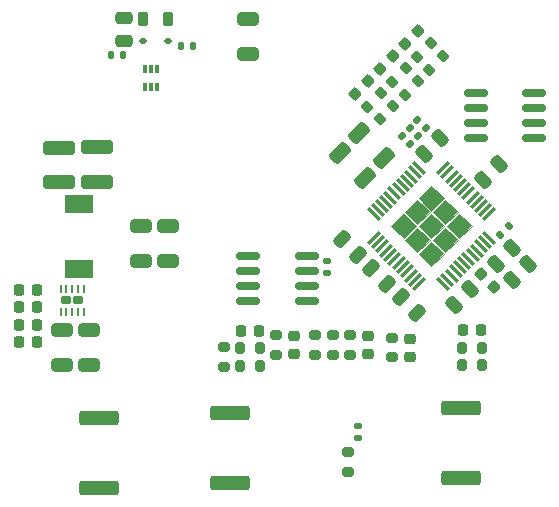
<source format=gbp>
%TF.GenerationSoftware,KiCad,Pcbnew,7.0.10*%
%TF.CreationDate,2024-01-24T14:53:36-05:00*%
%TF.ProjectId,MiniBLDC,4d696e69-424c-4444-932e-6b696361645f,rev?*%
%TF.SameCoordinates,Original*%
%TF.FileFunction,Paste,Bot*%
%TF.FilePolarity,Positive*%
%FSLAX46Y46*%
G04 Gerber Fmt 4.6, Leading zero omitted, Abs format (unit mm)*
G04 Created by KiCad (PCBNEW 7.0.10) date 2024-01-24 14:53:36*
%MOMM*%
%LPD*%
G01*
G04 APERTURE LIST*
G04 Aperture macros list*
%AMRoundRect*
0 Rectangle with rounded corners*
0 $1 Rounding radius*
0 $2 $3 $4 $5 $6 $7 $8 $9 X,Y pos of 4 corners*
0 Add a 4 corners polygon primitive as box body*
4,1,4,$2,$3,$4,$5,$6,$7,$8,$9,$2,$3,0*
0 Add four circle primitives for the rounded corners*
1,1,$1+$1,$2,$3*
1,1,$1+$1,$4,$5*
1,1,$1+$1,$6,$7*
1,1,$1+$1,$8,$9*
0 Add four rect primitives between the rounded corners*
20,1,$1+$1,$2,$3,$4,$5,0*
20,1,$1+$1,$4,$5,$6,$7,0*
20,1,$1+$1,$6,$7,$8,$9,0*
20,1,$1+$1,$8,$9,$2,$3,0*%
%AMRotRect*
0 Rectangle, with rotation*
0 The origin of the aperture is its center*
0 $1 length*
0 $2 width*
0 $3 Rotation angle, in degrees counterclockwise*
0 Add horizontal line*
21,1,$1,$2,0,0,$3*%
G04 Aperture macros list end*
%ADD10C,0.100000*%
%ADD11RoundRect,0.250000X-0.512652X-0.159099X-0.159099X-0.512652X0.512652X0.159099X0.159099X0.512652X0*%
%ADD12RoundRect,0.250000X0.512652X0.159099X0.159099X0.512652X-0.512652X-0.159099X-0.159099X-0.512652X0*%
%ADD13RoundRect,0.250000X0.650000X-0.325000X0.650000X0.325000X-0.650000X0.325000X-0.650000X-0.325000X0*%
%ADD14RoundRect,0.250000X-0.650000X0.325000X-0.650000X-0.325000X0.650000X-0.325000X0.650000X0.325000X0*%
%ADD15RoundRect,0.250000X1.425000X-0.362500X1.425000X0.362500X-1.425000X0.362500X-1.425000X-0.362500X0*%
%ADD16RoundRect,0.200000X-0.200000X-0.275000X0.200000X-0.275000X0.200000X0.275000X-0.200000X0.275000X0*%
%ADD17RoundRect,0.200000X0.200000X0.275000X-0.200000X0.275000X-0.200000X-0.275000X0.200000X-0.275000X0*%
%ADD18RoundRect,0.200000X0.053033X-0.335876X0.335876X-0.053033X-0.053033X0.335876X-0.335876X0.053033X0*%
%ADD19RoundRect,0.200000X-0.053033X0.335876X-0.335876X0.053033X0.053033X-0.335876X0.335876X-0.053033X0*%
%ADD20RoundRect,0.225000X-0.225000X-0.250000X0.225000X-0.250000X0.225000X0.250000X-0.225000X0.250000X0*%
%ADD21RoundRect,0.225000X0.017678X-0.335876X0.335876X-0.017678X-0.017678X0.335876X-0.335876X0.017678X0*%
%ADD22RoundRect,0.225000X-0.017678X0.335876X-0.335876X0.017678X0.017678X-0.335876X0.335876X-0.017678X0*%
%ADD23RoundRect,0.225000X-0.335876X-0.017678X-0.017678X-0.335876X0.335876X0.017678X0.017678X0.335876X0*%
%ADD24RoundRect,0.200000X0.275000X-0.200000X0.275000X0.200000X-0.275000X0.200000X-0.275000X-0.200000X0*%
%ADD25RoundRect,0.250000X0.159099X-0.512652X0.512652X-0.159099X-0.159099X0.512652X-0.512652X0.159099X0*%
%ADD26RoundRect,0.250000X1.100000X-0.325000X1.100000X0.325000X-1.100000X0.325000X-1.100000X-0.325000X0*%
%ADD27RoundRect,0.225000X0.250000X-0.225000X0.250000X0.225000X-0.250000X0.225000X-0.250000X-0.225000X0*%
%ADD28RoundRect,0.135000X0.035355X-0.226274X0.226274X-0.035355X-0.035355X0.226274X-0.226274X0.035355X0*%
%ADD29RoundRect,0.150000X-0.825000X-0.150000X0.825000X-0.150000X0.825000X0.150000X-0.825000X0.150000X0*%
%ADD30RotRect,0.279400X1.340599X315.000000*%
%ADD31RotRect,0.279400X1.340599X225.000000*%
%ADD32RoundRect,0.135000X0.226274X0.035355X0.035355X0.226274X-0.226274X-0.035355X-0.035355X-0.226274X0*%
%ADD33RoundRect,0.225000X0.225000X0.250000X-0.225000X0.250000X-0.225000X-0.250000X0.225000X-0.250000X0*%
%ADD34RoundRect,0.250000X0.475000X-0.250000X0.475000X0.250000X-0.475000X0.250000X-0.475000X-0.250000X0*%
%ADD35R,0.340000X0.700000*%
%ADD36RoundRect,0.218750X-0.218750X-0.381250X0.218750X-0.381250X0.218750X0.381250X-0.218750X0.381250X0*%
%ADD37RoundRect,0.135000X0.135000X0.185000X-0.135000X0.185000X-0.135000X-0.185000X0.135000X-0.185000X0*%
%ADD38RoundRect,0.135000X0.185000X-0.135000X0.185000X0.135000X-0.185000X0.135000X-0.185000X-0.135000X0*%
%ADD39RoundRect,0.135000X-0.226274X-0.035355X-0.035355X-0.226274X0.226274X0.035355X0.035355X0.226274X0*%
%ADD40RoundRect,0.062500X0.062500X-0.300000X0.062500X0.300000X-0.062500X0.300000X-0.062500X-0.300000X0*%
%ADD41RoundRect,0.182500X0.222500X-0.182500X0.222500X0.182500X-0.222500X0.182500X-0.222500X-0.182500X0*%
%ADD42RoundRect,0.140000X0.170000X-0.140000X0.170000X0.140000X-0.170000X0.140000X-0.170000X-0.140000X0*%
%ADD43RoundRect,0.135000X-0.135000X-0.185000X0.135000X-0.185000X0.135000X0.185000X-0.135000X0.185000X0*%
%ADD44RoundRect,0.250000X-0.689429X-0.229810X-0.229810X-0.689429X0.689429X0.229810X0.229810X0.689429X0*%
%ADD45R,2.400000X1.500000*%
%ADD46RoundRect,0.112500X-0.187500X-0.112500X0.187500X-0.112500X0.187500X0.112500X-0.187500X0.112500X0*%
%ADD47RoundRect,0.150000X0.825000X0.150000X-0.825000X0.150000X-0.825000X-0.150000X0.825000X-0.150000X0*%
G04 APERTURE END LIST*
%TO.C,U1*%
D10*
X172258334Y-116056484D02*
X171220347Y-117094470D01*
X170182361Y-116056484D01*
X171220347Y-115018498D01*
X172258334Y-116056484D01*
G36*
X172258334Y-116056484D02*
G01*
X171220347Y-117094470D01*
X170182361Y-116056484D01*
X171220347Y-115018498D01*
X172258334Y-116056484D01*
G37*
X171078927Y-117235891D02*
X170040941Y-118273877D01*
X169002955Y-117235891D01*
X170040941Y-116197905D01*
X171078927Y-117235891D01*
G36*
X171078927Y-117235891D02*
G01*
X170040941Y-118273877D01*
X169002955Y-117235891D01*
X170040941Y-116197905D01*
X171078927Y-117235891D01*
G37*
X169899520Y-118415297D02*
X168861534Y-119453284D01*
X167823548Y-118415297D01*
X168861534Y-117377311D01*
X169899520Y-118415297D01*
G36*
X169899520Y-118415297D02*
G01*
X168861534Y-119453284D01*
X167823548Y-118415297D01*
X168861534Y-117377311D01*
X169899520Y-118415297D01*
G37*
X171078927Y-114877077D02*
X170040941Y-115915063D01*
X169002955Y-114877077D01*
X170040941Y-113839091D01*
X171078927Y-114877077D01*
G36*
X171078927Y-114877077D02*
G01*
X170040941Y-115915063D01*
X169002955Y-114877077D01*
X170040941Y-113839091D01*
X171078927Y-114877077D01*
G37*
X169899520Y-116056484D02*
X168861534Y-117094470D01*
X167823548Y-116056484D01*
X168861534Y-115018498D01*
X169899520Y-116056484D01*
G36*
X169899520Y-116056484D02*
G01*
X168861534Y-117094470D01*
X167823548Y-116056484D01*
X168861534Y-115018498D01*
X169899520Y-116056484D01*
G37*
X168720113Y-117235891D02*
X167682127Y-118273877D01*
X166644141Y-117235891D01*
X167682127Y-116197905D01*
X168720113Y-117235891D01*
G36*
X168720113Y-117235891D02*
G01*
X167682127Y-118273877D01*
X166644141Y-117235891D01*
X167682127Y-116197905D01*
X168720113Y-117235891D01*
G37*
X169899520Y-113697671D02*
X168861534Y-114735657D01*
X167823548Y-113697671D01*
X168861534Y-112659684D01*
X169899520Y-113697671D01*
G36*
X169899520Y-113697671D02*
G01*
X168861534Y-114735657D01*
X167823548Y-113697671D01*
X168861534Y-112659684D01*
X169899520Y-113697671D01*
G37*
X168720113Y-114877077D02*
X167682127Y-115915063D01*
X166644141Y-114877077D01*
X167682127Y-113839091D01*
X168720113Y-114877077D01*
G36*
X168720113Y-114877077D02*
G01*
X167682127Y-115915063D01*
X166644141Y-114877077D01*
X167682127Y-113839091D01*
X168720113Y-114877077D01*
G37*
X167540707Y-116056484D02*
X166502721Y-117094470D01*
X165464734Y-116056484D01*
X166502721Y-115018498D01*
X167540707Y-116056484D01*
G36*
X167540707Y-116056484D02*
G01*
X166502721Y-117094470D01*
X165464734Y-116056484D01*
X166502721Y-115018498D01*
X167540707Y-116056484D01*
G37*
%TD*%
D11*
%TO.C,C10*%
X166278249Y-122078249D03*
X167621751Y-123421751D03*
%TD*%
D12*
%TO.C,C9*%
X163728249Y-119578249D03*
X165071751Y-120921751D03*
%TD*%
%TO.C,C8*%
X162671751Y-118471751D03*
X161328249Y-117128249D03*
%TD*%
D13*
%TO.C,C19*%
X153300000Y-101475000D03*
X153300000Y-98525000D03*
%TD*%
D14*
%TO.C,C17*%
X144300000Y-116024999D03*
X144300000Y-118974999D03*
%TD*%
D15*
%TO.C,R11*%
X140750000Y-132275000D03*
X140750000Y-138200000D03*
%TD*%
%TO.C,R7*%
X151800000Y-131875000D03*
X151800000Y-137800000D03*
%TD*%
D16*
%TO.C,R28*%
X171475000Y-126350000D03*
X173125000Y-126350000D03*
%TD*%
D17*
%TO.C,R27*%
X171474751Y-127850000D03*
X173124751Y-127850000D03*
%TD*%
D16*
%TO.C,R24*%
X152676011Y-126413195D03*
X154326011Y-126413195D03*
%TD*%
D17*
%TO.C,R23*%
X154325000Y-127925000D03*
X152675000Y-127925000D03*
%TD*%
D18*
%TO.C,R22*%
X168803225Y-100591746D03*
X167636499Y-101758472D03*
%TD*%
D19*
%TO.C,R21*%
X168692150Y-102818609D03*
X169858876Y-101651883D03*
%TD*%
D18*
%TO.C,R20*%
X166705606Y-102687269D03*
X165538880Y-103853995D03*
%TD*%
D19*
%TO.C,R19*%
X166595579Y-104915180D03*
X167762305Y-103748454D03*
%TD*%
%TO.C,R18*%
X163436104Y-105977134D03*
X164602830Y-104810408D03*
%TD*%
D18*
%TO.C,R17*%
X165651591Y-105859168D03*
X164484865Y-107025894D03*
%TD*%
D20*
%TO.C,C31*%
X171525000Y-124850000D03*
X173075000Y-124850000D03*
%TD*%
%TO.C,C29*%
X154278370Y-124937651D03*
X152728370Y-124937651D03*
%TD*%
D21*
%TO.C,C28*%
X167730208Y-99565639D03*
X166634192Y-100661655D03*
%TD*%
%TO.C,C27*%
X165619494Y-101676353D03*
X164523478Y-102772369D03*
%TD*%
D22*
%TO.C,C15*%
X162413042Y-104878876D03*
X163509058Y-103782860D03*
%TD*%
D23*
%TO.C,C11*%
X174148008Y-121223008D03*
X173051992Y-120126992D03*
%TD*%
D24*
%TO.C,R6*%
X159000000Y-126925000D03*
X159000000Y-125275000D03*
%TD*%
D25*
%TO.C,C7*%
X168266341Y-109927184D03*
X169609843Y-108583682D03*
%TD*%
%TO.C,C6*%
X174600000Y-110800000D03*
X173256498Y-112143502D03*
%TD*%
D26*
%TO.C,C33*%
X137350000Y-109400000D03*
X137350000Y-112350000D03*
%TD*%
D27*
%TO.C,C25*%
X163500000Y-126875000D03*
X163500000Y-125325000D03*
%TD*%
D24*
%TO.C,R10*%
X151275000Y-126325000D03*
X151275000Y-127975000D03*
%TD*%
D26*
%TO.C,C21*%
X140590001Y-112344999D03*
X140590001Y-109394999D03*
%TD*%
D28*
%TO.C,R29*%
X174668706Y-116802743D03*
X175389954Y-116081495D03*
%TD*%
D29*
%TO.C,U5*%
X177575000Y-108555000D03*
X177575000Y-107285000D03*
X177575000Y-106015000D03*
X177575000Y-104745000D03*
X172625000Y-104745000D03*
X172625000Y-106015000D03*
X172625000Y-107285000D03*
X172625000Y-108555000D03*
%TD*%
D30*
%TO.C,U1*%
X163964465Y-117064465D03*
X164318018Y-117418018D03*
X164671573Y-117771573D03*
X165025125Y-118125126D03*
X165378678Y-118478678D03*
X165732232Y-118832232D03*
X166085786Y-119185786D03*
X166439340Y-119539340D03*
X166792892Y-119892893D03*
X167146445Y-120246445D03*
X167500000Y-120600000D03*
X167853553Y-120953553D03*
D31*
X169869515Y-120953553D03*
X170223068Y-120600000D03*
X170576623Y-120246445D03*
X170930176Y-119892893D03*
X171283728Y-119539340D03*
X171637282Y-119185786D03*
X171990836Y-118832232D03*
X172344390Y-118478678D03*
X172697943Y-118125126D03*
X173051495Y-117771573D03*
X173405050Y-117418018D03*
X173758603Y-117064465D03*
D30*
X173758603Y-115048503D03*
X173405050Y-114694950D03*
X173051495Y-114341395D03*
X172697943Y-113987842D03*
X172344390Y-113634290D03*
X171990836Y-113280736D03*
X171637282Y-112927182D03*
X171283728Y-112573628D03*
X170930176Y-112220075D03*
X170576623Y-111866523D03*
X170223068Y-111512968D03*
X169869515Y-111159415D03*
D31*
X167853553Y-111159415D03*
X167500000Y-111512968D03*
X167146445Y-111866523D03*
X166792892Y-112220075D03*
X166439340Y-112573628D03*
X166085786Y-112927182D03*
X165732232Y-113280736D03*
X165378678Y-113634290D03*
X165025125Y-113987842D03*
X164671573Y-114341395D03*
X164318018Y-114694950D03*
X163964465Y-115048503D03*
%TD*%
D32*
%TO.C,R14*%
X167729330Y-108463367D03*
X167008082Y-107742119D03*
%TD*%
D15*
%TO.C,R3*%
X171400000Y-137400000D03*
X171400000Y-131475000D03*
%TD*%
D25*
%TO.C,C12*%
X170796955Y-122724494D03*
X172140457Y-121380992D03*
%TD*%
D33*
%TO.C,C35*%
X135464286Y-122929237D03*
X133914286Y-122929237D03*
%TD*%
D27*
%TO.C,C24*%
X167050000Y-127125000D03*
X167050000Y-125575000D03*
%TD*%
D24*
%TO.C,R12*%
X155725000Y-126925000D03*
X155725000Y-125275000D03*
%TD*%
D14*
%TO.C,C38*%
X139864619Y-124849998D03*
X139864619Y-127799998D03*
%TD*%
D24*
%TO.C,R8*%
X162000000Y-126925000D03*
X162000000Y-125275000D03*
%TD*%
D25*
%TO.C,C14*%
X175715001Y-120642290D03*
X177058503Y-119298788D03*
%TD*%
D34*
%TO.C,C68*%
X142800000Y-98450000D03*
X142800000Y-100350000D03*
%TD*%
D35*
%TO.C,D8*%
X144635000Y-104275000D03*
X145135000Y-104275000D03*
X145635000Y-104275000D03*
X145635000Y-102775000D03*
X145135000Y-102775000D03*
X144635000Y-102775000D03*
%TD*%
D36*
%TO.C,L3*%
X144472500Y-98547500D03*
X146597500Y-98547500D03*
%TD*%
D37*
%TO.C,R31*%
X148645000Y-100800000D03*
X147625000Y-100800000D03*
%TD*%
D33*
%TO.C,C22*%
X135470000Y-125900000D03*
X133920000Y-125900000D03*
%TD*%
D38*
%TO.C,R41*%
X162650000Y-133000000D03*
X162650000Y-134020000D03*
%TD*%
D39*
%TO.C,R15*%
X166337103Y-108405683D03*
X167058351Y-109126931D03*
%TD*%
%TO.C,R13*%
X167683082Y-107067119D03*
X168404330Y-107788367D03*
%TD*%
D24*
%TO.C,TH1*%
X161761004Y-135198943D03*
X161761004Y-136848943D03*
%TD*%
D33*
%TO.C,C36*%
X135464286Y-121450000D03*
X133914286Y-121450000D03*
%TD*%
D27*
%TO.C,C26*%
X157200000Y-125325000D03*
X157200000Y-126875000D03*
%TD*%
D40*
%TO.C,IC2*%
X139460382Y-121337500D03*
X138960382Y-121337500D03*
X138460382Y-121337500D03*
X137960382Y-121337500D03*
X137460382Y-121337500D03*
X137460382Y-123362500D03*
X137960382Y-123362500D03*
X138460382Y-123362500D03*
X138960382Y-123362500D03*
X139460382Y-123362500D03*
D41*
X137960382Y-122350000D03*
X138960382Y-122350000D03*
%TD*%
D24*
%TO.C,R4*%
X165550000Y-125525000D03*
X165550000Y-127175000D03*
%TD*%
D42*
%TO.C,C23*%
X160050000Y-119045000D03*
X160050000Y-120005000D03*
%TD*%
D43*
%TO.C,R43*%
X141765001Y-101600000D03*
X142785001Y-101600000D03*
%TD*%
D24*
%TO.C,R5*%
X160500000Y-125275000D03*
X160500000Y-126925000D03*
%TD*%
D25*
%TO.C,C13*%
X175668706Y-117902743D03*
X174325204Y-119246245D03*
%TD*%
D14*
%TO.C,C16*%
X146600001Y-116025001D03*
X146600001Y-118975001D03*
%TD*%
D44*
%TO.C,C5*%
X161113771Y-109856188D03*
X163199737Y-111942154D03*
%TD*%
%TO.C,C4*%
X162753471Y-108207017D03*
X164839437Y-110292983D03*
%TD*%
D14*
%TO.C,C37*%
X137560382Y-127800000D03*
X137560382Y-124850000D03*
%TD*%
D45*
%TO.C,L1*%
X139050000Y-119700000D03*
X139050000Y-114200000D03*
%TD*%
D33*
%TO.C,C34*%
X135464286Y-124400000D03*
X133914286Y-124400000D03*
%TD*%
D46*
%TO.C,D11*%
X144422500Y-100347500D03*
X146522500Y-100347500D03*
%TD*%
D47*
%TO.C,U2*%
X158325000Y-118580000D03*
X158325000Y-119850000D03*
X158325000Y-121120000D03*
X158325000Y-122390000D03*
X153375000Y-122390000D03*
X153375000Y-121120000D03*
X153375000Y-119850000D03*
X153375000Y-118580000D03*
%TD*%
M02*

</source>
